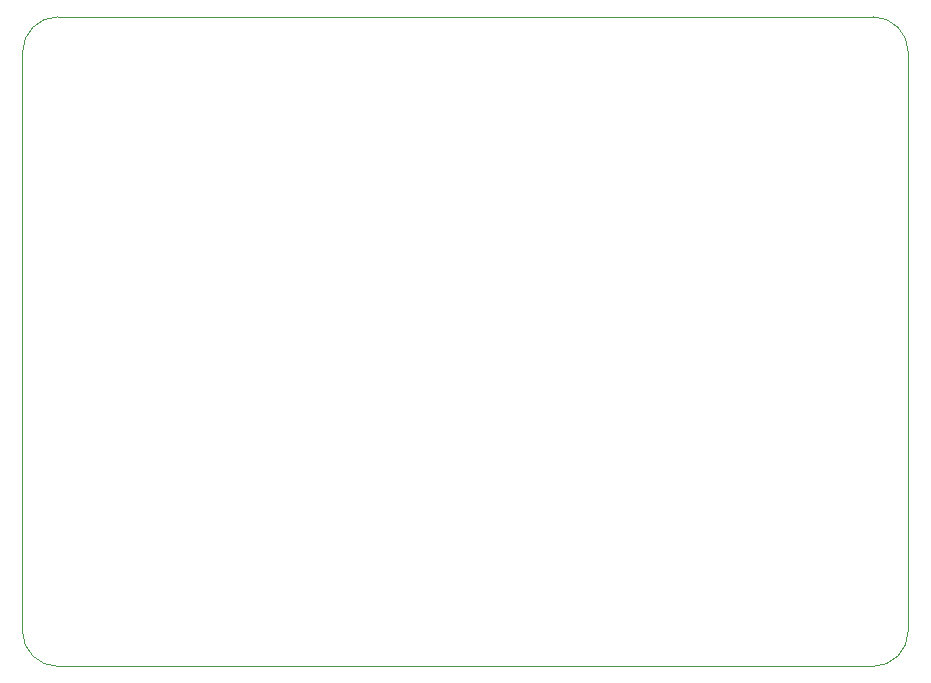
<source format=gbr>
%TF.GenerationSoftware,KiCad,Pcbnew,9.0.2*%
%TF.CreationDate,2025-07-15T17:02:53+05:30*%
%TF.ProjectId,peripherals-board-v2,70657269-7068-4657-9261-6c732d626f61,2*%
%TF.SameCoordinates,Original*%
%TF.FileFunction,Profile,NP*%
%FSLAX46Y46*%
G04 Gerber Fmt 4.6, Leading zero omitted, Abs format (unit mm)*
G04 Created by KiCad (PCBNEW 9.0.2) date 2025-07-15 17:02:53*
%MOMM*%
%LPD*%
G01*
G04 APERTURE LIST*
%TA.AperFunction,Profile*%
%ADD10C,0.050000*%
%TD*%
G04 APERTURE END LIST*
D10*
X111000000Y-47000000D02*
G75*
G02*
X114000000Y-50000000I0J-3000000D01*
G01*
X39000000Y-50000000D02*
G75*
G02*
X42000000Y-47000000I3000000J0D01*
G01*
X42000000Y-47000000D02*
X111000000Y-47000000D01*
X114000000Y-50000000D02*
X114000000Y-99000000D01*
X111000000Y-102000000D02*
X42000000Y-102000000D01*
X42000000Y-102000000D02*
G75*
G02*
X39000000Y-99000000I0J3000000D01*
G01*
X114000000Y-99000000D02*
G75*
G02*
X111000000Y-102000000I-3000000J0D01*
G01*
X39000000Y-99000000D02*
X39000000Y-50000000D01*
M02*

</source>
